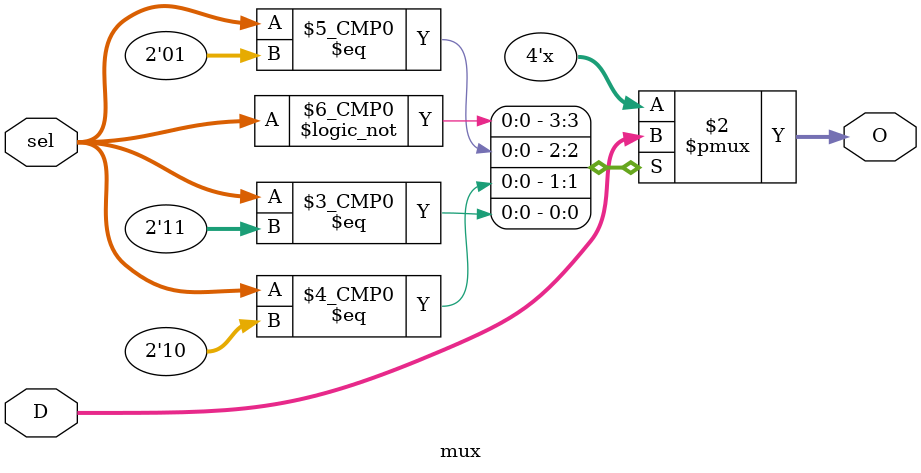
<source format=v>
`timescale 1ns / 1ps


module mux(sel, D, O);
    input [1:0] sel;
    input [15:0] D;
    output reg [3:0] O;
    
    always@(sel or D) begin
        case(sel)
            0: O = D[15:12];
            1: O = D[11:8];
            2: O = D[7:4];
            3: O = D[3:0];
        endcase
    end
endmodule

</source>
